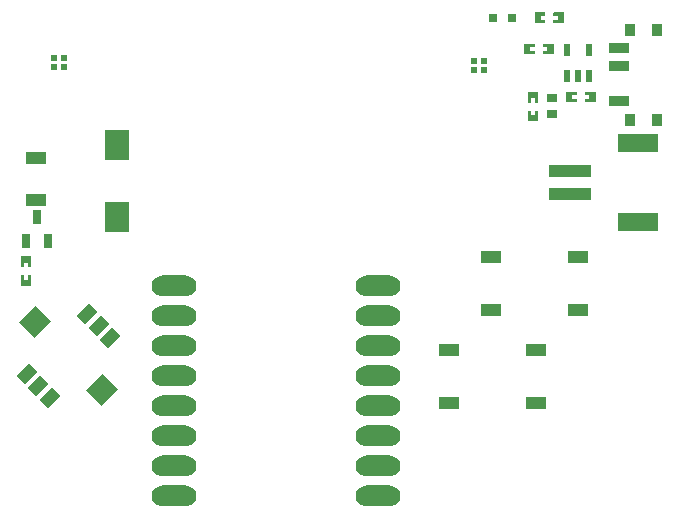
<source format=gtp>
G04 Layer: TopPasteMaskLayer*
G04 EasyEDA Pro v2.2.28.1, 2024-09-30 17:42:25*
G04 Gerber Generator version 0.3*
G04 Scale: 100 percent, Rotated: No, Reflected: No*
G04 Dimensions in millimeters*
G04 Leading zeros omitted, absolute positions, 3 integers and 5 decimals*
%FSLAX35Y35*%
%MOMM*%
%AMRect*21,1,$1,$2,0,0,$3*%
%AMRoundRect*1,1,$1,$2,$3*1,1,$1,$4,$5*1,1,$1,0-$2,0-$3*1,1,$1,0-$4,0-$5*20,1,$1,$2,$3,$4,$5,0*20,1,$1,$4,$5,0-$2,0-$3,0*20,1,$1,0-$2,0-$3,0-$4,0-$5,0*20,1,$1,0-$4,0-$5,$2,$3,0*4,1,4,$2,$3,$4,$5,0-$2,0-$3,0-$4,0-$5,$2,$3,0*%
%ADD10R,1.8X1.0*%
%ADD11Rect,1.5X1.0X45.0*%
%ADD12Rect,2.0X1.8X45.0*%
%ADD13R,0.5X0.5*%
%ADD14R,0.9X0.8*%
%ADD15R,1.8X0.9*%
%ADD16R,0.93X1.1*%
%ADD17R,2.0X2.49999*%
%ADD18R,0.5X0.5*%
%ADD19R,0.6X1.0*%
%ADD20R,0.8X0.8*%
%ADD21R,0.7X1.25001*%
%ADD22RoundRect,0.03X-1.735X-0.485X-1.735X0.485*%
%ADD23RoundRect,0.045X-1.6775X-0.7275X-1.6775X0.7275*%
%ADD24RoundRect,1.778X1.016X0.0X-1.016X0.0*%
%ADD25RoundRect,1.778X-1.016X0.0X1.016X0.0*%
%ADD26R,1.81999X1.0*%
G75*


G04 PolygonModel Start*
G36*
G01X8946002Y-3485601D02*
G01X8866002Y-3485601D01*
G01X8861001Y-3490603D01*
G01X8861001Y-3513399D01*
G01X8898001Y-3513399D01*
G01X8898001Y-3546399D01*
G01X8861001Y-3546399D01*
G01X8861001Y-3570602D01*
G01X8866002Y-3575601D01*
G01X8946002Y-3575601D01*
G01X8951001Y-3570602D01*
G01X8951001Y-3490603D01*
G01X8946002Y-3485601D01*
G37*
G36*
G01X8706998Y-3575599D02*
G01X8786998Y-3575599D01*
G01X8791999Y-3570597D01*
G01X8791999Y-3547801D01*
G01X8754999Y-3547801D01*
G01X8754999Y-3514801D01*
G01X8791999Y-3514801D01*
G01X8791999Y-3490598D01*
G01X8786998Y-3485599D01*
G01X8706998Y-3485599D01*
G01X8701999Y-3490598D01*
G01X8701999Y-3570597D01*
G01X8706998Y-3575599D01*
G37*
G36*
G01X9034902Y-3218901D02*
G01X8954902Y-3218901D01*
G01X8949901Y-3223903D01*
G01X8949901Y-3246699D01*
G01X8986901Y-3246699D01*
G01X8986901Y-3279699D01*
G01X8949901Y-3279699D01*
G01X8949901Y-3303902D01*
G01X8954902Y-3308901D01*
G01X9034902Y-3308901D01*
G01X9039901Y-3303902D01*
G01X9039901Y-3223903D01*
G01X9034902Y-3218901D01*
G37*
G36*
G01X8795898Y-3308899D02*
G01X8875898Y-3308899D01*
G01X8880899Y-3303897D01*
G01X8880899Y-3281101D01*
G01X8843899Y-3281101D01*
G01X8843899Y-3248101D01*
G01X8880899Y-3248101D01*
G01X8880899Y-3223898D01*
G01X8875898Y-3218899D01*
G01X8795898Y-3218899D01*
G01X8790899Y-3223898D01*
G01X8790899Y-3303897D01*
G01X8795898Y-3308899D01*
G37*
G36*
G01X9301602Y-3892001D02*
G01X9221602Y-3892001D01*
G01X9216601Y-3897003D01*
G01X9216601Y-3919799D01*
G01X9253601Y-3919799D01*
G01X9253601Y-3952799D01*
G01X9216601Y-3952799D01*
G01X9216601Y-3977002D01*
G01X9221602Y-3982001D01*
G01X9301602Y-3982001D01*
G01X9306601Y-3977002D01*
G01X9306601Y-3897003D01*
G01X9301602Y-3892001D01*
G37*
G36*
G01X9062598Y-3981999D02*
G01X9142598Y-3981999D01*
G01X9147599Y-3976997D01*
G01X9147599Y-3954201D01*
G01X9110599Y-3954201D01*
G01X9110599Y-3921201D01*
G01X9147599Y-3921201D01*
G01X9147599Y-3896998D01*
G01X9142598Y-3891999D01*
G01X9062598Y-3891999D01*
G01X9057599Y-3896998D01*
G01X9057599Y-3976997D01*
G01X9062598Y-3981999D01*
G37*
G36*
G01X8730701Y-3897926D02*
G01X8730701Y-3977926D01*
G01X8735703Y-3982927D01*
G01X8758499Y-3982927D01*
G01X8758499Y-3945927D01*
G01X8791499Y-3945927D01*
G01X8791499Y-3982927D01*
G01X8815702Y-3982927D01*
G01X8820701Y-3977926D01*
G01X8820701Y-3897926D01*
G01X8815702Y-3892927D01*
G01X8735703Y-3892927D01*
G01X8730701Y-3897926D01*
G37*
G36*
G01X8820699Y-4136930D02*
G01X8820699Y-4056930D01*
G01X8815697Y-4051929D01*
G01X8792901Y-4051929D01*
G01X8792901Y-4088929D01*
G01X8759901Y-4088929D01*
G01X8759901Y-4051929D01*
G01X8735698Y-4051929D01*
G01X8730699Y-4056930D01*
G01X8730699Y-4136930D01*
G01X8735698Y-4141929D01*
G01X8815697Y-4141929D01*
G01X8820699Y-4136930D01*
G37*
G36*
G01X4438101Y-5290698D02*
G01X4438101Y-5370698D01*
G01X4443103Y-5375699D01*
G01X4465899Y-5375699D01*
G01X4465899Y-5338699D01*
G01X4498899Y-5338699D01*
G01X4498899Y-5375699D01*
G01X4523102Y-5375699D01*
G01X4528101Y-5370698D01*
G01X4528101Y-5290698D01*
G01X4523102Y-5285699D01*
G01X4443103Y-5285699D01*
G01X4438101Y-5290698D01*
G37*
G36*
G01X4528099Y-5529702D02*
G01X4528099Y-5449702D01*
G01X4523097Y-5444701D01*
G01X4500301Y-5444701D01*
G01X4500301Y-5481701D01*
G01X4467301Y-5481701D01*
G01X4467301Y-5444701D01*
G01X4443098Y-5444701D01*
G01X4438099Y-5449702D01*
G01X4438099Y-5529702D01*
G01X4443098Y-5534701D01*
G01X4523097Y-5534701D01*
G01X4528099Y-5529702D01*
G37*

G04 Pad Start*
G54D10*
G01X4571463Y-4805691D03*
G01X4571463Y-4455679D03*
G54D11*
G01X4490579Y-6283529D03*
G01X4589577Y-6382527D03*
G01X4688558Y-6481508D03*
G01X5197702Y-5972363D03*
G01X5098686Y-5873419D03*
G01X4999723Y-5774384D03*
G54D12*
G01X4557751Y-5841593D03*
G01X5130494Y-6414335D03*
G54D13*
G01X4722495Y-3684905D03*
G01X4722495Y-3604895D03*
G01X4802505Y-3604895D03*
G01X4802505Y-3684905D03*
G54D14*
G01X8940800Y-4083202D03*
G01X8940800Y-3943198D03*
G54D15*
G01X9506356Y-3971506D03*
G01X9506356Y-3671506D03*
G01X9506356Y-3521519D03*
G54D16*
G01X9596044Y-3366503D03*
G01X9823044Y-3366503D03*
G01X9823044Y-4126497D03*
G01X9596044Y-4126497D03*
G54D17*
G01X5255060Y-4339779D03*
G01X5255061Y-4955779D03*
G54D18*
G01X8358505Y-3630295D03*
G01X8358505Y-3710305D03*
G01X8278495Y-3710305D03*
G01X8278495Y-3630295D03*
G54D19*
G01X9061704Y-3534893D03*
G01X9251696Y-3534893D03*
G01X9061704Y-3754907D03*
G01X9251696Y-3754907D03*
G01X9156700Y-3754907D03*
G54D20*
G01X8441733Y-3264238D03*
G01X8601652Y-3263552D03*
G54D21*
G01X4481819Y-5154063D03*
G01X4671811Y-5154063D03*
G01X4576815Y-4954063D03*
G54D22*
G01X9090301Y-4760900D03*
G01X9090301Y-4560900D03*
G54D23*
G01X9665299Y-4325901D03*
G01X9665299Y-4995899D03*
G54D24*
G01X7467600Y-7315200D03*
G01X7467600Y-7061200D03*
G01X7467600Y-6807200D03*
G01X7467600Y-6553200D03*
G01X7467600Y-6045200D03*
G01X7467600Y-6299200D03*
G01X7467600Y-5791200D03*
G01X7467600Y-5537200D03*
G54D25*
G01X5740400Y-7061200D03*
G01X5740400Y-6553200D03*
G01X5740400Y-7315200D03*
G01X5740400Y-6807200D03*
G01X5740400Y-6045200D03*
G01X5740400Y-6299200D03*
G01X5740400Y-5791200D03*
G01X5740400Y-5537200D03*
G54D26*
G01X8061808Y-6074207D03*
G01X8061808Y-6524193D03*
G01X8803792Y-6524193D03*
G01X8803792Y-6074207D03*
G01X8417408Y-5286807D03*
G01X8417408Y-5736793D03*
G01X9159392Y-5736793D03*
G01X9159392Y-5286807D03*
G04 Pad End*

M02*


</source>
